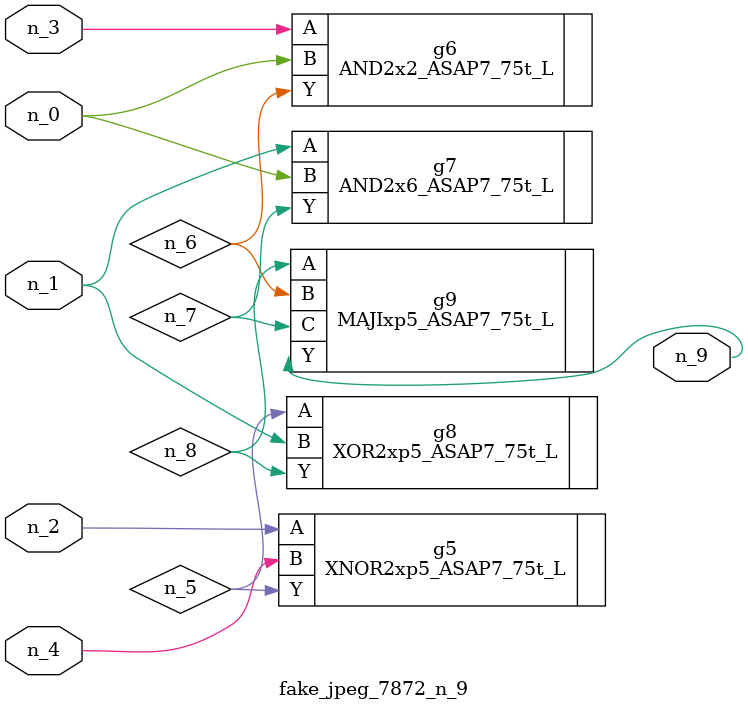
<source format=v>
module fake_jpeg_7872_n_9 (n_3, n_2, n_1, n_0, n_4, n_9);

input n_3;
input n_2;
input n_1;
input n_0;
input n_4;

output n_9;

wire n_8;
wire n_6;
wire n_5;
wire n_7;

XNOR2xp5_ASAP7_75t_L g5 ( 
.A(n_2),
.B(n_4),
.Y(n_5)
);

AND2x2_ASAP7_75t_L g6 ( 
.A(n_3),
.B(n_0),
.Y(n_6)
);

AND2x6_ASAP7_75t_L g7 ( 
.A(n_1),
.B(n_0),
.Y(n_7)
);

XOR2xp5_ASAP7_75t_L g8 ( 
.A(n_5),
.B(n_1),
.Y(n_8)
);

MAJIxp5_ASAP7_75t_L g9 ( 
.A(n_8),
.B(n_6),
.C(n_7),
.Y(n_9)
);


endmodule
</source>
